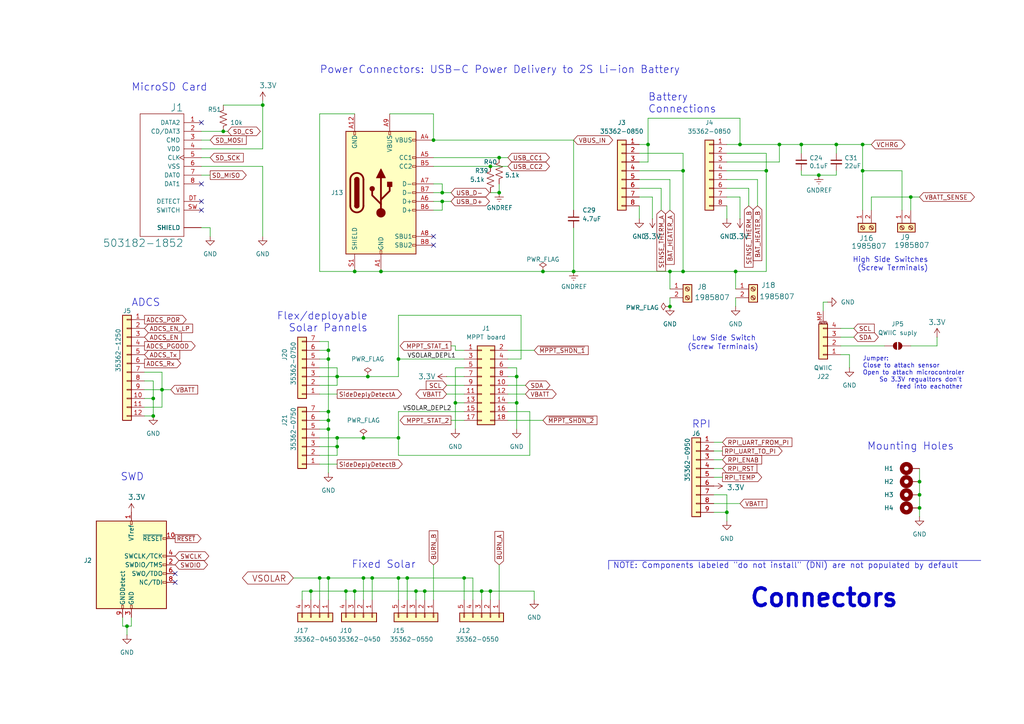
<source format=kicad_sch>
(kicad_sch (version 20231120) (generator "eeschema") (generator_version "8.0")
  (paper "A4")
  (title_block (title "PyCubed Mainboard") (date "2024-11-24") (rev "v06c") (company "Stanford Student Space Initiative") (comment 1 "Ethan Brinser"))
  (lib_symbols
    (symbol "Connector:Conn_ARM_JTAG_SWD_10" (pin_names (offset 1.016))
      (property "Reference" "J" (at -2.54 16.51 0))
      (property "Value" "Conn_ARM_JTAG_SWD_10" (at -2.54 13.97 0))
      (symbol "Conn_ARM_JTAG_SWD_10_1_1"
        (pin power_in line (at 0 15.24 270) (length 2.54) (name "VTref") (number "1"))
        (pin open_collector line (at 12.7 7.62 180) (length 2.54) (name "~{RESET}") (number "10"))
        (pin bidirectional line (at 12.7 0 180) (length 2.54) (name "SWDIO/TMS") (number "2"))
        (pin power_in line (at 0 -15.24 90) (length 2.54) (name "GND") (number "3"))
        (pin output line (at 12.7 2.54 180) (length 2.54) (name "SWCLK/TCK") (number "4"))
        (pin passive line (at 0 -15.24 90) (length 2.54) hide (name "GND") (number "5"))
        (pin input line (at 12.7 -2.54 180) (length 2.54) (name "SWO/TDO") (number "6"))
        (pin no_connect line (at -10.16 0 0) (length 2.54) hide (name "KEY") (number "7"))
        (pin output line (at 12.7 -5.08 180) (length 2.54) (name "NC/TDI") (number "8"))
        (pin passive line (at -2.54 -15.24 90) (length 2.54) (name "GNDDetect") (number "9"))
      )
    )
    (symbol "Connector:Screw_Terminal_01x02" (pin_names (offset 1.016) hide)
      (property "Reference" "J" (at 0 2.54 0))
      (property "Value" "Screw_Terminal_01x02" (at 0 -5.08 0))
      (symbol "Screw_Terminal_01x02_1_1"
        (pin passive line (at -5.08 0 0) (length 3.81) (name "Pin_1") (number "1"))
        (pin passive line (at -5.08 -2.54 0) (length 3.81) (name "Pin_2") (number "2"))
      )
    )
    (symbol "Connector_Generic:Conn_01x04" (pin_names (offset 1.016) hide)
      (property "Reference" "J" (at 0 5.08 0))
      (property "Value" "Conn_01x04" (at 0 -7.62 0))
      (symbol "Conn_01x04_1_1"
        (pin passive line (at -5.08 2.54 0) (length 3.81) (name "Pin_1") (number "1"))
        (pin passive line (at -5.08 0 0) (length 3.81) (name "Pin_2") (number "2"))
        (pin passive line (at -5.08 -2.54 0) (length 3.81) (name "Pin_3") (number "3"))
        (pin passive line (at -5.08 -5.08 0) (length 3.81) (name "Pin_4") (number "4"))
      )
    )
    (symbol "Connector_Generic:Conn_01x05" (pin_names (offset 1.016) hide)
      (property "Reference" "J" (at 0 7.62 0))
      (property "Value" "Conn_01x05" (at 0 -7.62 0))
      (symbol "Conn_01x05_1_1"
        (pin passive line (at -5.08 5.08 0) (length 3.81) (name "Pin_1") (number "1"))
        (pin passive line (at -5.08 2.54 0) (length 3.81) (name "Pin_2") (number "2"))
        (pin passive line (at -5.08 0 0) (length 3.81) (name "Pin_3") (number "3"))
        (pin passive line (at -5.08 -2.54 0) (length 3.81) (name "Pin_4") (number "4"))
        (pin passive line (at -5.08 -5.08 0) (length 3.81) (name "Pin_5") (number "5"))
      )
    )
    (symbol "Connector_Generic:Conn_01x07" (pin_names (offset 1.016) hide)
      (property "Reference" "J" (at 0 10.16 0))
      (property "Value" "Conn_01x07" (at 0 -10.16 0))
      (symbol "Conn_01x07_1_1"
        (pin passive line (at -5.08 7.62 0) (length 3.81) (name "Pin_1") (number "1"))
        (pin passive line (at -5.08 5.08 0) (length 3.81) (name "Pin_2") (number "2"))
        (pin passive line (at -5.08 2.54 0) (length 3.81) (name "Pin_3") (number "3"))
        (pin passive line (at -5.08 0 0) (length 3.81) (name "Pin_4") (number "4"))
        (pin passive line (at -5.08 -2.54 0) (length 3.81) (name "Pin_5") (number "5"))
        (pin passive line (at -5.08 -5.08 0) (length 3.81) (name "Pin_6") (number "6"))
        (pin passive line (at -5.08 -7.62 0) (length 3.81) (name "Pin_7") (number "7"))
      )
    )
    (symbol "Connector_Generic:Conn_01x08" (pin_names (offset 1.016) hide)
      (property "Reference" "J" (at 0 10.16 0))
      (property "Value" "Conn_01x08" (at 0 -12.7 0))
      (symbol "Conn_01x08_1_1"
        (pin passive line (at -5.08 7.62 0) (length 3.81) (name "Pin_1") (number "1"))
        (pin passive line (at -5.08 5.08 0) (length 3.81) (name "Pin_2") (number "2"))
        (pin passive line (at -5.08 2.54 0) (length 3.81) (name "Pin_3") (number "3"))
        (pin passive line (at -5.08 0 0) (length 3.81) (name "Pin_4") (number "4"))
        (pin passive line (at -5.08 -2.54 0) (length 3.81) (name "Pin_5") (number "5"))
        (pin passive line (at -5.08 -5.08 0) (length 3.81) (name "Pin_6") (number "6"))
        (pin passive line (at -5.08 -7.62 0) (length 3.81) (name "Pin_7") (number "7"))
        (pin passive line (at -5.08 -10.16 0) (length 3.81) (name "Pin_8") (number "8"))
      )
    )
    (symbol "Connector_Generic:Conn_01x09" (pin_names (offset 1.016) hide)
      (property "Reference" "J" (at 0 12.7 0))
      (property "Value" "Conn_01x09" (at 0 -12.7 0))
      (symbol "Conn_01x09_1_1"
        (pin passive line (at -5.08 10.16 0) (length 3.81) (name "Pin_1") (number "1"))
        (pin passive line (at -5.08 7.62 0) (length 3.81) (name "Pin_2") (number "2"))
        (pin passive line (at -5.08 5.08 0) (length 3.81) (name "Pin_3") (number "3"))
        (pin passive line (at -5.08 2.54 0) (length 3.81) (name "Pin_4") (number "4"))
        (pin passive line (at -5.08 0 0) (length 3.81) (name "Pin_5") (number "5"))
        (pin passive line (at -5.08 -2.54 0) (length 3.81) (name "Pin_6") (number "6"))
        (pin passive line (at -5.08 -5.08 0) (length 3.81) (name "Pin_7") (number "7"))
        (pin passive line (at -5.08 -7.62 0) (length 3.81) (name "Pin_8") (number "8"))
        (pin passive line (at -5.08 -10.16 0) (length 3.81) (name "Pin_9") (number "9"))
      )
    )
    (symbol "Connector_Generic:Conn_01x12" (pin_names (offset 1.016) hide)
      (property "Reference" "J" (at 0 15.24 0))
      (property "Value" "Conn_01x12" (at 0 -17.78 0))
      (symbol "Conn_01x12_1_1"
        (pin passive line (at -5.08 12.7 0) (length 3.81) (name "Pin_1") (number "1"))
        (pin passive line (at -5.08 -10.16 0) (length 3.81) (name "Pin_10") (number "10"))
        (pin passive line (at -5.08 -12.7 0) (length 3.81) (name "Pin_11") (number "11"))
        (pin passive line (at -5.08 -15.24 0) (length 3.81) (name "Pin_12") (number "12"))
        (pin passive line (at -5.08 10.16 0) (length 3.81) (name "Pin_2") (number "2"))
        (pin passive line (at -5.08 7.62 0) (length 3.81) (name "Pin_3") (number "3"))
        (pin passive line (at -5.08 5.08 0) (length 3.81) (name "Pin_4") (number "4"))
        (pin passive line (at -5.08 2.54 0) (length 3.81) (name "Pin_5") (number "5"))
        (pin passive line (at -5.08 0 0) (length 3.81) (name "Pin_6") (number "6"))
        (pin passive line (at -5.08 -2.54 0) (length 3.81) (name "Pin_7") (number "7"))
        (pin passive line (at -5.08 -5.08 0) (length 3.81) (name "Pin_8") (number "8"))
        (pin passive line (at -5.08 -7.62 0) (length 3.81) (name "Pin_9") (number "9"))
      )
    )
    (symbol "Connector_Generic:Conn_02x09_Odd_Even" (pin_names (offset 1.016) hide)
      (property "Reference" "J" (at 1.27 12.7 0))
      (property "Value" "Conn_02x09_Odd_Even" (at 1.27 -12.7 0))
      (symbol "Conn_02x09_Odd_Even_1_1"
        (pin passive line (at -5.08 10.16 0) (length 3.81) (name "Pin_1") (number "1"))
        (pin passive line (at 7.62 0 180) (length 3.81) (name "Pin_10") (number "10"))
        (pin passive line (at -5.08 -2.54 0) (length 3.81) (name "Pin_11") (number "11"))
        (pin passive line (at 7.62 -2.54 180) (length 3.81) (name "Pin_12") (number "12"))
        (pin passive line (at -5.08 -5.08 0) (length 3.81) (name "Pin_13") (number "13"))
        (pin passive line (at 7.62 -5.08 180) (length 3.81) (name "Pin_14") (number "14"))
        (pin passive line (at -5.08 -7.62 0) (length 3.81) (name "Pin_15") (number "15"))
        (pin passive line (at 7.62 -7.62 180) (length 3.81) (name "Pin_16") (number "16"))
        (pin passive line (at -5.08 -10.16 0) (length 3.81) (name "Pin_17") (number "17"))
        (pin passive line (at 7.62 -10.16 180) (length 3.81) (name "Pin_18") (number "18"))
        (pin passive line (at 7.62 10.16 180) (length 3.81) (name "Pin_2") (number "2"))
        (pin passive line (at -5.08 7.62 0) (length 3.81) (name "Pin_3") (number "3"))
        (pin passive line (at 7.62 7.62 180) (length 3.81) (name "Pin_4") (number "4"))
        (pin passive line (at -5.08 5.08 0) (length 3.81) (name "Pin_5") (number "5"))
        (pin passive line (at 7.62 5.08 180) (length 3.81) (name "Pin_6") (number "6"))
        (pin passive line (at -5.08 2.54 0) (length 3.81) (name "Pin_7") (number "7"))
        (pin passive line (at 7.62 2.54 180) (length 3.81) (name "Pin_8") (number "8"))
        (pin passive line (at -5.08 0 0) (length 3.81) (name "Pin_9") (number "9"))
      )
    )
    (symbol "Connector_Generic_MountingPin:Conn_01x04_MountingPin" (pin_names (offset 1.016) hide)
      (property "Reference" "J" (at 0 5.08 0))
      (property "Value" "Conn_01x04_MountingPin" (at 1.27 -7.62 0))
      (symbol "Conn_01x04_MountingPin_1_1"
        (text "Mounting" (at 0 -6.731 0) (effects (font (size 0.381 0.381))))
        (pin passive line (at -5.08 2.54 0) (length 3.81) (name "Pin_1") (number "1"))
        (pin passive line (at -5.08 0 0) (length 3.81) (name "Pin_2") (number "2"))
        (pin passive line (at -5.08 -2.54 0) (length 3.81) (name "Pin_3") (number "3"))
        (pin passive line (at -5.08 -5.08 0) (length 3.81) (name "Pin_4") (number "4"))
        (pin passive line (at 0 -10.16 90) (length 3.048) (name "MountPin") (number "MP"))
      )
    )
    (symbol "Device:C_Small" (pin_numbers hide) (pin_names (offset 0.254) hide)
      (property "Reference" "C" (at 0.254 1.778 0))
      (property "Value" "C_Small" (at 0.254 -2.032 0))
      (symbol "C_Small_1_1"
        (pin passive line (at 0 2.54 270) (length 2.032) (name "~") (number "1"))
        (pin passive line (at 0 -2.54 90) (length 2.032) (name "~") (number "2"))
      )
    )
    (symbol "Device:R_US" (pin_numbers hide) (pin_names (offset 0))
      (property "Reference" "R" (at 2.54 0 90))
      (property "Value" "R_US" (at -2.54 0 90))
      (symbol "R_US_1_1"
        (pin passive line (at 0 3.81 270) (length 1.27) (name "~") (number "1"))
        (pin passive line (at 0 -3.81 90) (length 1.27) (name "~") (number "2"))
      )
    )
    (symbol "Jumper:SolderJumper_2_Open" (pin_numbers hide) (pin_names (offset 0) hide) (exclude_from_sim yes) (in_bom no)
      (property "Reference" "JP" (at 0 2.032 0))
      (property "Value" "SolderJumper_2_Open" (at 0 -2.54 0))
      (symbol "SolderJumper_2_Open_1_1"
        (pin passive line (at -3.81 0 0) (length 2.54) (name "A") (number "1"))
        (pin passive line (at 3.81 0 180) (length 2.54) (name "B") (number "2"))
      )
    )
    (symbol "Mechanical:MountingHole_Pad" (pin_numbers hide) (pin_names (offset 1.016) hide) (exclude_from_sim yes) (in_bom no)
      (property "Reference" "H" (at 0 6.35 0))
      (property "Value" "MountingHole_Pad" (at 0 4.445 0))
      (symbol "MountingHole_Pad_1_1"
        (pin input line (at 0 -2.54 90) (length 2.54) (name "1") (number "1"))
      )
    )
    (symbol "power:+3.3V" (power) (pin_numbers hide) (pin_names (offset 0) hide)
      (property "Value" "+3.3V" (at 0 3.556 0))
      (symbol "+3.3V_1_1"
        (pin power_in line (at 0 0 90) (length 0) (name "~") (number "1"))
      )
    )
    (symbol "power:GND" (power) (pin_numbers hide) (pin_names (offset 0) hide)
      (property "Value" "GND" (at 0 -3.81 0))
      (symbol "GND_1_1"
        (pin power_in line (at 0 0 270) (length 0) (name "~") (number "1"))
      )
    )
    (symbol "power:GNDREF" (power) (pin_numbers hide) (pin_names (offset 0) hide)
      (property "Value" "GNDREF" (at 0 -3.81 0))
      (symbol "GNDREF_1_1"
        (pin power_in line (at 0 0 270) (length 0) (name "~") (number "1"))
      )
    )
    (symbol "power:PWR_FLAG" (power) (pin_numbers hide) (pin_names (offset 0) hide)
      (property "Value" "PWR_FLAG" (at 0 3.81 0))
      (symbol "PWR_FLAG_0_0"
        (pin power_out line (at 0 0 90) (length 0) (name "~") (number "1"))
      )
    )
    (symbol "ssi_connector:503182-1852" (pin_names (offset 1.016))
      (property "Reference" "J" (at 0 18.3642 0))
      (property "Value" "503182-1852" (at 0 -20.9042 0))
      (symbol "503182-1852_1_0"
        (pin bidirectional line (at -5.08 15.24 0) (length 5.08) (name "DATA2") (number "1"))
        (pin bidirectional line (at -5.08 12.7 0) (length 5.08) (name "CD/DAT3") (number "2"))
        (pin bidirectional line (at -5.08 10.16 0) (length 5.08) (name "CMD") (number "3"))
        (pin power_in line (at -5.08 7.62 0) (length 5.08) (name "VDD") (number "4"))
        (pin bidirectional clock (at -5.08 5.08 0) (length 5.08) (name "CLK") (number "5"))
        (pin power_in line (at -5.08 2.54 0) (length 5.08) (name "VSS") (number "6"))
        (pin bidirectional line (at -5.08 0 0) (length 5.08) (name "DAT0") (number "7"))
        (pin bidirectional line (at -5.08 -2.54 0) (length 5.08) (name "DAT1") (number "8"))
        (pin bidirectional line (at -5.08 -7.62 0) (length 5.08) (name "DETECT") (number "DT"))
        (pin passive line (at -5.08 -15.24 0) (length 5.08) (name "SHIELD") (number "P1"))
        (pin passive line (at -5.08 -15.24 0) (length 5.08) (name "SHIELD") (number "P2"))
        (pin passive line (at -5.08 -15.24 0) (length 5.08) (name "SHIELD") (number "P3"))
        (pin passive line (at -5.08 -15.24 0) (length 5.08) (name "SHIELD") (number "P4"))
        (pin passive line (at -5.08 -15.24 0) (length 5.08) (name "SHIELD") (number "P5"))
        (pin bidirectional line (at -5.08 -10.16 0) (length 5.08) (name "SWITCH") (number "SW"))
      )
    )
    (symbol "ssi_connector:USB_C_pycubed" (pin_names (offset 1.016))
      (property "Reference" "J" (at -12.7 0 90))
      (symbol "USB_C_pycubed_1_1"
        (pin passive line (at 0 -22.86 90) (length 5.08) (name "GND") (number "A1"))
        (pin passive line (at -7.62 22.86 270) (length 5.08) (name "GND") (number "A12"))
        (pin passive line (at 15.24 15.24 180) (length 5.08) (name "VBUS") (number "A4"))
        (pin bidirectional line (at 15.24 10.16 180) (length 5.08) (name "CC1") (number "A5"))
        (pin bidirectional line (at 15.24 -2.54 180) (length 5.08) (name "D+") (number "A6"))
        (pin bidirectional line (at 15.24 2.54 180) (length 5.08) (name "D-") (number "A7"))
        (pin bidirectional line (at 15.24 -12.7 180) (length 5.08) (name "SBU1") (number "A8"))
        (pin passive line (at 2.54 22.86 270) (length 5.08) (name "VBUS") (number "A9"))
        (pin bidirectional line (at 15.24 7.62 180) (length 5.08) (name "CC2") (number "B5"))
        (pin bidirectional line (at 15.24 -5.08 180) (length 5.08) (name "D+") (number "B6"))
        (pin bidirectional line (at 15.24 0 180) (length 5.08) (name "D-") (number "B7"))
        (pin bidirectional line (at 15.24 -15.24 180) (length 5.08) (name "SBU2") (number "B8"))
        (pin passive line (at -7.62 -22.86 90) (length 5.08) (name "SHIELD") (number "S1"))
      )
    )
  )
  (junction (at 46.99 113.03))
  (junction (at 213.36 78.74))
  (junction (at 144.78 45.72))
  (junction (at 139.7 171.45))
  (junction (at 97.79 109.22))
  (junction (at 198.12 78.74))
  (junction (at 90.17 171.45))
  (junction (at 134.62 167.64))
  (junction (at 106.68 109.22))
  (junction (at 214.63 41.91))
  (junction (at 95.25 124.46))
  (junction (at 264.16 57.15))
  (junction (at 102.87 78.74))
  (junction (at 242.57 41.91))
  (junction (at 95.25 121.92))
  (junction (at 144.78 55.88))
  (junction (at 166.37 78.74))
  (junction (at 142.24 171.45))
  (junction (at 157.48 78.74))
  (junction (at 110.49 78.74))
  (junction (at 149.86 116.84))
  (junction (at 44.45 115.57))
  (junction (at 123.19 171.45))
  (junction (at 266.7 143.51))
  (junction (at 97.79 127))
  (junction (at 97.79 129.54))
  (junction (at 105.41 127))
  (junction (at 226.06 41.91))
  (junction (at 198.12 49.53))
  (junction (at 128.27 55.88))
  (junction (at 187.96 41.91))
  (junction (at 266.7 147.32))
  (junction (at 118.11 167.64))
  (junction (at 76.2 30.48))
  (junction (at 237.49 50.8))
  (junction (at 132.08 116.84))
  (junction (at 232.41 41.91))
  (junction (at 120.65 171.45))
  (junction (at 115.57 127))
  (junction (at 95.25 101.6))
  (junction (at 125.73 40.64))
  (junction (at 115.57 104.14))
  (junction (at 222.25 49.53))
  (junction (at 44.45 120.65))
  (junction (at 250.19 49.53))
  (junction (at 210.82 148.59))
  (junction (at 115.57 167.64))
  (junction (at 64.77 38.1))
  (junction (at 107.95 167.64))
  (junction (at 95.25 119.38))
  (junction (at 194.31 88.9))
  (junction (at 128.27 58.42))
  (junction (at 149.86 109.22))
  (junction (at 36.83 181.61))
  (junction (at 95.25 104.14))
  (junction (at 100.33 171.45))
  (junction (at 102.87 171.45))
  (junction (at 266.7 139.7))
  (junction (at 92.71 167.64))
  (junction (at 194.31 78.74))
  (junction (at 95.25 167.64))
  (junction (at 250.19 41.91))
  (junction (at 142.24 48.26))
  (junction (at 105.41 167.64))
  (no_connect (at 50.8 168.91))
  (no_connect (at 125.73 71.12))
  (no_connect (at 58.42 53.34))
  (no_connect (at 50.8 166.37))
  (no_connect (at 58.42 35.56))
  (no_connect (at 58.42 58.42))
  (no_connect (at 58.42 60.96))
  (no_connect (at 125.73 68.58))
  (wire (pts (xy 92.71 134.62) (xy 97.79 134.62)))
  (wire (pts (xy 166.37 66.04) (xy 166.37 78.74)))
  (wire (pts (xy 185.42 44.45) (xy 198.12 44.45)))
  (polyline (pts (xy 176.53 165.1) (xy 176.53 162.56)))
  (wire (pts (xy 92.71 106.68) (xy 97.79 106.68)))
  (wire (pts (xy 41.91 107.95) (xy 46.99 107.95)))
  (wire (pts (xy 210.82 143.51) (xy 207.01 143.51)))
  (wire (pts (xy 207.01 130.81) (xy 209.55 130.81)))
  (wire (pts (xy 115.57 104.14) (xy 134.62 104.14)))
  (wire (pts (xy 210.82 41.91) (xy 214.63 41.91)))
  (wire (pts (xy 76.2 30.48) (xy 76.2 29.21)))
  (wire (pts (xy 147.32 106.68) (xy 149.86 106.68)))
  (wire (pts (xy 147.32 119.38) (xy 153.67 119.38)))
  (wire (pts (xy 36.83 181.61) (xy 38.1 181.61)))
  (wire (pts (xy 105.41 167.64) (xy 107.95 167.64)))
  (wire (pts (xy 76.2 48.26) (xy 76.2 68.58)))
  (wire (pts (xy 187.96 41.91) (xy 187.96 34.29)))
  (wire (pts (xy 90.17 171.45) (xy 100.33 171.45)))
  (wire (pts (xy 144.78 45.72) (xy 147.32 45.72)))
  (wire (pts (xy 64.77 30.48) (xy 76.2 30.48)))
  (wire (pts (xy 149.86 116.84) (xy 147.32 116.84)))
  (wire (pts (xy 102.87 171.45) (xy 102.87 173.99)))
  (wire (pts (xy 125.73 48.26) (xy 142.24 48.26)))
  (wire (pts (xy 92.71 78.74) (xy 92.71 33.02)))
  (wire (pts (xy 242.57 44.45) (xy 242.57 41.91)))
  (wire (pts (xy 115.57 167.64) (xy 115.57 173.99)))
  (wire (pts (xy 90.17 171.45) (xy 90.17 173.99)))
  (wire (pts (xy 243.84 95.25) (xy 247.65 95.25)))
  (wire (pts (xy 194.31 86.36) (xy 194.31 88.9)))
  (wire (pts (xy 185.42 46.99) (xy 187.96 46.99)))
  (wire (pts (xy 207.01 138.43) (xy 209.55 138.43)))
  (wire (pts (xy 194.31 52.07) (xy 194.31 60.96)))
  (wire (pts (xy 222.25 44.45) (xy 222.25 49.53)))
  (wire (pts (xy 240.03 87.63) (xy 238.76 87.63)))
  (wire (pts (xy 142.24 48.26) (xy 147.32 48.26)))
  (wire (pts (xy 95.25 101.6) (xy 95.25 104.14)))
  (wire (pts (xy 105.41 127) (xy 115.57 127)))
  (wire (pts (xy 194.31 52.07) (xy 185.42 52.07)))
  (wire (pts (xy 232.41 50.8) (xy 232.41 49.53)))
  (wire (pts (xy 97.79 111.76) (xy 97.79 109.22)))
  (wire (pts (xy 266.7 143.51) (xy 266.7 147.32)))
  (wire (pts (xy 129.54 109.22) (xy 134.62 109.22)))
  (wire (pts (xy 64.77 38.1) (xy 66.04 38.1)))
  (wire (pts (xy 125.73 33.02) (xy 125.73 40.64)))
  (wire (pts (xy 92.71 121.92) (xy 95.25 121.92)))
  (wire (pts (xy 58.42 45.72) (xy 60.96 45.72)))
  (wire (pts (xy 115.57 104.14) (xy 115.57 109.22)))
  (wire (pts (xy 266.7 139.7) (xy 266.7 143.51)))
  (wire (pts (xy 250.19 49.53) (xy 261.62 49.53)))
  (wire (pts (xy 92.71 101.6) (xy 95.25 101.6)))
  (wire (pts (xy 115.57 127) (xy 115.57 132.08)))
  (wire (pts (xy 185.42 59.69) (xy 185.42 63.5)))
  (wire (pts (xy 132.08 116.84) (xy 134.62 116.84)))
  (wire (pts (xy 118.11 167.64) (xy 134.62 167.64)))
  (wire (pts (xy 92.71 109.22) (xy 97.79 109.22)))
  (wire (pts (xy 128.27 60.96) (xy 128.27 58.42)))
  (wire (pts (xy 157.48 78.74) (xy 110.49 78.74)))
  (wire (pts (xy 213.36 83.82) (xy 213.36 78.74)))
  (wire (pts (xy 76.2 43.18) (xy 76.2 30.48)))
  (wire (pts (xy 95.25 104.14) (xy 95.25 119.38)))
  (wire (pts (xy 149.86 124.46) (xy 149.86 116.84)))
  (wire (pts (xy 58.42 40.64) (xy 60.96 40.64)))
  (wire (pts (xy 125.73 60.96) (xy 128.27 60.96)))
  (wire (pts (xy 271.78 100.33) (xy 264.16 100.33)))
  (wire (pts (xy 142.24 171.45) (xy 154.94 171.45)))
  (wire (pts (xy 250.19 41.91) (xy 250.19 49.53)))
  (wire (pts (xy 44.45 110.49) (xy 41.91 110.49)))
  (wire (pts (xy 97.79 106.68) (xy 97.79 109.22)))
  (wire (pts (xy 128.27 58.42) (xy 125.73 58.42)))
  (wire (pts (xy 166.37 40.64) (xy 166.37 60.96)))
  (wire (pts (xy 46.99 113.03) (xy 41.91 113.03)))
  (wire (pts (xy 246.38 102.87) (xy 243.84 102.87)))
  (wire (pts (xy 147.32 104.14) (xy 151.13 104.14)))
  (wire (pts (xy 144.78 163.83) (xy 144.78 173.99)))
  (wire (pts (xy 97.79 132.08) (xy 97.79 129.54)))
  (wire (pts (xy 118.11 167.64) (xy 118.11 173.99)))
  (wire (pts (xy 87.63 173.99) (xy 87.63 171.45)))
  (wire (pts (xy 153.67 132.08) (xy 153.67 119.38)))
  (wire (pts (xy 58.42 66.04) (xy 60.96 66.04)))
  (wire (pts (xy 95.25 137.16) (xy 95.25 124.46)))
  (wire (pts (xy 226.06 41.91) (xy 232.41 41.91)))
  (wire (pts (xy 194.31 78.74) (xy 198.12 78.74)))
  (wire (pts (xy 41.91 118.11) (xy 46.99 118.11)))
  (wire (pts (xy 213.36 78.74) (xy 222.25 78.74)))
  (wire (pts (xy 166.37 78.74) (xy 194.31 78.74)))
  (wire (pts (xy 266.7 135.89) (xy 266.7 139.7)))
  (wire (pts (xy 264.16 57.15) (xy 252.73 57.15)))
  (wire (pts (xy 87.63 171.45) (xy 90.17 171.45)))
  (wire (pts (xy 266.7 147.32) (xy 266.7 149.86)))
  (wire (pts (xy 95.25 167.64) (xy 95.25 173.99)))
  (wire (pts (xy 129.54 111.76) (xy 134.62 111.76)))
  (wire (pts (xy 115.57 132.08) (xy 153.67 132.08)))
  (wire (pts (xy 128.27 53.34) (xy 128.27 55.88)))
  (wire (pts (xy 132.08 106.68) (xy 132.08 116.84)))
  (wire (pts (xy 132.08 100.33) (xy 132.08 101.6)))
  (wire (pts (xy 222.25 49.53) (xy 222.25 78.74)))
  (wire (pts (xy 210.82 46.99) (xy 226.06 46.99)))
  (wire (pts (xy 100.33 171.45) (xy 102.87 171.45)))
  (wire (pts (xy 134.62 167.64) (xy 137.16 167.64)))
  (wire (pts (xy 237.49 50.8) (xy 242.57 50.8)))
  (wire (pts (xy 49.53 113.03) (xy 46.99 113.03)))
  (wire (pts (xy 210.82 59.69) (xy 210.82 63.5)))
  (wire (pts (xy 102.87 78.74) (xy 92.71 78.74)))
  (wire (pts (xy 191.77 54.61) (xy 191.77 60.96)))
  (wire (pts (xy 102.87 78.74) (xy 110.49 78.74)))
  (wire (pts (xy 115.57 91.44) (xy 151.13 91.44)))
  (wire (pts (xy 210.82 57.15) (xy 214.63 57.15)))
  (wire (pts (xy 189.23 63.5) (xy 189.23 57.15)))
  (wire (pts (xy 92.71 129.54) (xy 97.79 129.54)))
  (wire (pts (xy 198.12 78.74) (xy 213.36 78.74)))
  (wire (pts (xy 142.24 171.45) (xy 142.24 173.99)))
  (wire (pts (xy 198.12 44.45) (xy 198.12 49.53)))
  (wire (pts (xy 95.25 124.46) (xy 95.25 121.92)))
  (wire (pts (xy 166.37 40.64) (xy 125.73 40.64)))
  (wire (pts (xy 214.63 63.5) (xy 214.63 57.15)))
  (wire (pts (xy 185.42 41.91) (xy 187.96 41.91)))
  (wire (pts (xy 252.73 41.91) (xy 250.19 41.91)))
  (wire (pts (xy 210.82 54.61) (xy 217.17 54.61)))
  (wire (pts (xy 107.95 167.64) (xy 107.95 173.99)))
  (wire (pts (xy 85.09 167.64) (xy 92.71 167.64)))
  (wire (pts (xy 217.17 54.61) (xy 217.17 59.69)))
  (wire (pts (xy 243.84 97.79) (xy 247.65 97.79)))
  (wire (pts (xy 92.71 127) (xy 97.79 127)))
  (wire (pts (xy 261.62 49.53) (xy 261.62 60.96)))
  (wire (pts (xy 207.01 133.35) (xy 209.55 133.35)))
  (wire (pts (xy 250.19 49.53) (xy 250.19 60.96)))
  (wire (pts (xy 128.27 55.88) (xy 130.81 55.88)))
  (wire (pts (xy 271.78 97.79) (xy 271.78 100.33)))
  (wire (pts (xy 95.25 167.64) (xy 105.41 167.64)))
  (wire (pts (xy 219.71 52.07) (xy 219.71 59.69)))
  (wire (pts (xy 264.16 57.15) (xy 264.16 60.96)))
  (wire (pts (xy 130.81 100.33) (xy 132.08 100.33)))
  (wire (pts (xy 60.96 66.04) (xy 60.96 68.58)))
  (wire (pts (xy 187.96 34.29) (xy 214.63 34.29)))
  (wire (pts (xy 147.32 121.92) (xy 157.48 121.92)))
  (wire (pts (xy 198.12 49.53) (xy 198.12 78.74)))
  (wire (pts (xy 132.08 101.6) (xy 134.62 101.6)))
  (wire (pts (xy 106.68 109.22) (xy 97.79 109.22)))
  (wire (pts (xy 44.45 120.65) (xy 44.45 115.57)))
  (wire (pts (xy 207.01 148.59) (xy 210.82 148.59)))
  (wire (pts (xy 191.77 54.61) (xy 185.42 54.61)))
  (wire (pts (xy 92.71 104.14) (xy 95.25 104.14)))
  (wire (pts (xy 210.82 44.45) (xy 222.25 44.45)))
  (wire (pts (xy 46.99 118.11) (xy 46.99 113.03)))
  (wire (pts (xy 97.79 127) (xy 105.41 127)))
  (wire (pts (xy 38.1 179.07) (xy 38.1 181.61)))
  (wire (pts (xy 134.62 106.68) (xy 132.08 106.68)))
  (wire (pts (xy 115.57 109.22) (xy 106.68 109.22)))
  (wire (pts (xy 92.71 124.46) (xy 95.25 124.46)))
  (wire (pts (xy 125.73 53.34) (xy 128.27 53.34)))
  (wire (pts (xy 113.03 33.02) (xy 125.73 33.02)))
  (wire (pts (xy 147.32 101.6) (xy 154.94 101.6)))
  (wire (pts (xy 115.57 119.38) (xy 115.57 127)))
  (wire (pts (xy 41.91 115.57) (xy 44.45 115.57)))
  (wire (pts (xy 92.71 111.76) (xy 97.79 111.76)))
  (wire (pts (xy 115.57 167.64) (xy 118.11 167.64)))
  (wire (pts (xy 125.73 163.83) (xy 125.73 173.99)))
  (wire (pts (xy 44.45 115.57) (xy 44.45 110.49)))
  (wire (pts (xy 242.57 50.8) (xy 242.57 49.53)))
  (wire (pts (xy 92.71 114.3) (xy 97.79 114.3)))
  (wire (pts (xy 210.82 148.59) (xy 210.82 151.13)))
  (wire (pts (xy 214.63 34.29) (xy 214.63 41.91)))
  (wire (pts (xy 151.13 91.44) (xy 151.13 104.14)))
  (wire (pts (xy 210.82 52.07) (xy 219.71 52.07)))
  (wire (pts (xy 154.94 171.45) (xy 154.94 173.99)))
  (wire (pts (xy 95.25 119.38) (xy 92.71 119.38)))
  (wire (pts (xy 132.08 124.46) (xy 132.08 116.84)))
  (wire (pts (xy 36.83 181.61) (xy 36.83 184.15)))
  (wire (pts (xy 144.78 55.88) (xy 144.78 53.34)))
  (wire (pts (xy 232.41 50.8) (xy 237.49 50.8)))
  (wire (pts (xy 100.33 171.45) (xy 100.33 173.99)))
  (wire (pts (xy 207.01 128.27) (xy 209.55 128.27)))
  (wire (pts (xy 214.63 41.91) (xy 226.06 41.91)))
  (wire (pts (xy 123.19 171.45) (xy 139.7 171.45)))
  (wire (pts (xy 125.73 45.72) (xy 144.78 45.72)))
  (wire (pts (xy 139.7 171.45) (xy 142.24 171.45)))
  (wire (pts (xy 92.71 132.08) (xy 97.79 132.08)))
  (wire (pts (xy 149.86 109.22) (xy 149.86 116.84)))
  (wire (pts (xy 194.31 83.82) (xy 194.31 78.74)))
  (wire (pts (xy 115.57 119.38) (xy 134.62 119.38)))
  (wire (pts (xy 35.56 179.07) (xy 35.56 181.61)))
  (wire (pts (xy 210.82 49.53) (xy 222.25 49.53)))
  (wire (pts (xy 187.96 46.99) (xy 187.96 41.91)))
  (wire (pts (xy 142.24 55.88) (xy 144.78 55.88)))
  (wire (pts (xy 105.41 167.64) (xy 105.41 173.99)))
  (wire (pts (xy 207.01 135.89) (xy 209.55 135.89)))
  (wire (pts (xy 166.37 78.74) (xy 157.48 78.74)))
  (wire (pts (xy 149.86 106.68) (xy 149.86 109.22)))
  (wire (pts (xy 123.19 171.45) (xy 123.19 173.99)))
  (wire (pts (xy 246.38 106.68) (xy 246.38 102.87)))
  (wire (pts (xy 226.06 41.91) (xy 226.06 46.99)))
  (wire (pts (xy 266.7 57.15) (xy 264.16 57.15)))
  (wire (pts (xy 58.42 43.18) (xy 76.2 43.18)))
  (wire (pts (xy 139.7 171.45) (xy 139.7 173.99)))
  (wire (pts (xy 147.32 114.3) (xy 152.4 114.3)))
  (wire (pts (xy 58.42 38.1) (xy 64.77 38.1)))
  (wire (pts (xy 97.79 129.54) (xy 97.79 127)))
  (wire (pts (xy 128.27 58.42) (xy 130.81 58.42)))
  (wire (pts (xy 102.87 171.45) (xy 120.65 171.45)))
  (wire (pts (xy 238.76 87.63) (xy 238.76 90.17)))
  (wire (pts (xy 147.32 111.76) (xy 152.4 111.76)))
  (wire (pts (xy 92.71 167.64) (xy 95.25 167.64)))
  (wire (pts (xy 243.84 100.33) (xy 256.54 100.33)))
  (wire (pts (xy 92.71 99.06) (xy 95.25 99.06)))
  (wire (pts (xy 252.73 57.15) (xy 252.73 60.96)))
  (wire (pts (xy 92.71 33.02) (xy 102.87 33.02)))
  (wire (pts (xy 137.16 167.64) (xy 137.16 173.99)))
  (wire (pts (xy 185.42 49.53) (xy 198.12 49.53)))
  (wire (pts (xy 147.32 109.22) (xy 149.86 109.22)))
  (wire (pts (xy 41.91 120.65) (xy 44.45 120.65)))
  (wire (pts (xy 134.62 167.64) (xy 134.62 173.99)))
  (wire (pts (xy 185.42 57.15) (xy 189.23 57.15)))
  (wire (pts (xy 115.57 91.44) (xy 115.57 104.14)))
  (wire (pts (xy 210.82 143.51) (xy 210.82 148.59)))
  (wire (pts (xy 92.71 167.64) (xy 92.71 173.99)))
  (wire (pts (xy 120.65 171.45) (xy 120.65 173.99)))
  (wire (pts (xy 120.65 171.45) (xy 123.19 171.45)))
  (wire (pts (xy 128.27 55.88) (xy 125.73 55.88)))
  (wire (pts (xy 207.01 146.05) (xy 214.63 146.05)))
  (wire (pts (xy 232.41 44.45) (xy 232.41 41.91)))
  (wire (pts (xy 213.36 86.36) (xy 213.36 88.9)))
  (wire (pts (xy 46.99 113.03) (xy 46.99 107.95)))
  (wire (pts (xy 58.42 50.8) (xy 60.96 50.8)))
  (wire (pts (xy 242.57 41.91) (xy 250.19 41.91)))
  (wire (pts (xy 95.25 99.06) (xy 95.25 101.6)))
  (polyline (pts (xy 176.53 162.56) (xy 284.48 162.56)))
  (wire (pts (xy 129.54 114.3) (xy 134.62 114.3)))
  (wire (pts (xy 130.81 121.92) (xy 134.62 121.92)))
  (wire (pts (xy 58.42 48.26) (xy 76.2 48.26)))
  (wire (pts (xy 107.95 167.64) (xy 115.57 167.64)))
  (wire (pts (xy 95.25 119.38) (xy 95.25 121.92)))
  (wire (pts (xy 232.41 41.91) (xy 242.57 41.91)))
  (wire (pts (xy 35.56 181.61) (xy 36.83 181.61)))
  (text "Flex/deployable\nSolar Pannels\n" (at 106.68 96.52 0) (effects (font (size 2.159 2.159)) (justify right bottom)))
  (text "Jumper:\nClose to attach sensor\nOpen to attach microcontroler\n	So 3.3V regualtors don't\n		feed into eachother" (at 250.19 113.03 0) (effects (font (size 1.27 1.27)) (justify left bottom)))
  (text "RPI" (at 200.66 124.46 0) (effects (font (size 2.159 2.159)) (justify left bottom)))
  (text "Power Connectors: USB-C Power Delivery to 2S Li-ion Battery" (at 92.71 21.59 0) (effects (font (size 2.159 2.159)) (justify left bottom)))
  (text "NOTE: Components labeled \"do not install\" (DNI) are not populated by default" (at 177.8 165.1 0) (effects (font (size 1.651 1.651)) (justify left bottom)))
  (text "ADCS" (at 38.1 89.154 0) (effects (font (size 2.159 2.159)) (justify left bottom)))
  (text "High Side Switches\n(Screw Terminals)" (at 269.24 78.74 0) (effects (font (size 1.4986 1.4986)) (justify right bottom)))
  (text "Connectors" (at 217.17 176.53 0) (effects (font (size 5.08 5.08) (thickness 1.016) (bold yes)) (justify left bottom)))
  (text "Battery\nConnections" (at 187.96 33.02 0) (effects (font (size 2.159 2.159)) (justify left bottom)))
  (text "Low Side Switch" (at 200.66 99.06 0) (effects (font (size 1.4986 1.4986)) (justify left bottom)))
  (text "MicroSD Card" (at 38.1 26.67 0) (effects (font (size 2.159 2.159)) (justify left bottom)))
  (text "Fixed Solar\n" (at 120.65 165.1 0) (effects (font (size 2.159 2.159)) (justify right bottom)))
  (text "SWD" (at 34.925 139.7 0) (effects (font (size 2.159 2.159)) (justify left bottom)))
  (text "(Screw Terminals)" (at 199.39 101.6 0) (effects (font (size 1.4986 1.4986)) (justify left bottom)))
  (text "Mounting Holes" (at 251.46 130.81 0) (effects (font (size 2.159 2.159)) (justify left bottom)))
  (label "VSOLAR_DEPL1" (at 118.11 104.14 0))
  (label "VSOLAR_DEPL2" (at 116.84 119.38 0))
  (global_label "SD_CS" (shape bidirectional) (at 66.04 38.1 0) (property "Intersheetrefs" "${INTERSHEET_REFS}" (effects (hide yes))))
  (global_label "SCL" (shape input) (at 247.65 95.25 0) (property "Intersheetrefs" "${INTERSHEET_REFS}" (effects (hide yes))))
  (global_label "SWDIO" (shape bidirectional) (at 50.8 163.83 0) (property "Intersheetrefs" "${INTERSHEET_REFS}" (effects (hide yes))))
  (global_label "SD_MISO" (shape output) (at 60.96 50.8 0) (property "Intersheetrefs" "${INTERSHEET_REFS}" (effects (hide yes))))
  (global_label "ADCS_EN_LP" (shape input) (at 41.91 95.25 0) (property "Intersheetrefs" "${INTERSHEET_REFS}" (effects (hide yes))))
  (global_label "~{RESET}" (shape output) (at 50.8 156.21 0) (effects (font (size 1.1684 1.1684))) (property "Intersheetrefs" "${INTERSHEET_REFS}" (effects (hide yes))))
  (global_label "RPI_UART_TO_PI" (shape output) (at 209.55 130.81 0) (property "Intersheetrefs" "${INTERSHEET_REFS}" (effects (hide yes))))
  (global_label "SideDeplyDetectA" (shape output) (at 97.79 114.3 0) (property "Intersheetrefs" "${INTERSHEET_REFS}" (effects (hide yes))))
  (global_label "SD_SCK" (shape input) (at 60.96 45.72 0) (property "Intersheetrefs" "${INTERSHEET_REFS}" (effects (hide yes))))
  (global_label "SENSE_THERM_A" (shape input) (at 191.77 60.96 270) (property "Intersheetrefs" "${INTERSHEET_REFS}" (effects (hide yes))))
  (global_label "VSOLAR" (shape bidirectional) (at 85.09 167.64 180) (effects (font (size 1.778 1.778))) (property "Intersheetrefs" "${INTERSHEET_REFS}" (effects (hide yes))))
  (global_label "VCHRG" (shape bidirectional) (at 252.73 41.91 0) (property "Intersheetrefs" "${INTERSHEET_REFS}" (effects (hide yes))))
  (global_label "BURN_B" (shape input) (at 125.73 163.83 90) (property "Intersheetrefs" "${INTERSHEET_REFS}" (effects (hide yes))))
  (global_label "USB_D+" (shape bidirectional) (at 130.81 58.42 0) (property "Intersheetrefs" "${INTERSHEET_REFS}" (effects (hide yes))))
  (global_label "~{MPPT_SHDN_1}" (shape input) (at 154.94 101.6 0) (property "Intersheetrefs" "${INTERSHEET_REFS}" (effects (hide yes))))
  (global_label "BAT_HEATER_A" (shape input) (at 194.31 60.96 270) (property "Intersheetrefs" "${INTERSHEET_REFS}" (effects (hide yes))))
  (global_label "VBATT" (shape input) (at 214.63 146.05 0) (property "Intersheetrefs" "${INTERSHEET_REFS}" (effects (hide yes))))
  (global_label "ADCS_PGOOD" (shape output) (at 41.91 100.33 0) (property "Intersheetrefs" "${INTERSHEET_REFS}" (effects (hide yes))))
  (global_label "ADCS_EN" (shape input) (at 41.91 97.79 0) (property "Intersheetrefs" "${INTERSHEET_REFS}" (effects (hide yes))))
  (global_label "RPI_UART_FROM_PI" (shape input) (at 209.55 128.27 0) (property "Intersheetrefs" "${INTERSHEET_REFS}" (effects (hide yes))))
  (global_label "ADCS_Tx" (shape input) (at 41.91 102.87 0) (property "Intersheetrefs" "${INTERSHEET_REFS}" (effects (hide yes))))
  (global_label "ADCS_Rx" (shape output) (at 41.91 105.41 0) (property "Intersheetrefs" "${INTERSHEET_REFS}" (effects (hide yes))))
  (global_label "RPI_ENAB" (shape input) (at 209.55 133.35 0) (property "Intersheetrefs" "${INTERSHEET_REFS}" (effects (hide yes))))
  (global_label "SideDeplyDetectB" (shape output) (at 97.79 134.62 0) (property "Intersheetrefs" "${INTERSHEET_REFS}" (effects (hide yes))))
  (global_label "SDA" (shape bidirectional) (at 152.4 111.76 0) (property "Intersheetrefs" "${INTERSHEET_REFS}" (effects (hide yes))))
  (global_label "ADCS_POR" (shape output) (at 41.91 92.71 0) (property "Intersheetrefs" "${INTERSHEET_REFS}" (effects (hide yes))))
  (global_label "RPI_TEMP" (shape output) (at 209.55 138.43 0) (property "Intersheetrefs" "${INTERSHEET_REFS}" (effects (hide yes))))
  (global_label "SENSE_THERM_B" (shape input) (at 217.17 59.69 270) (property "Intersheetrefs" "${INTERSHEET_REFS}" (effects (hide yes))))
  (global_label "~{MPPT_SHDN_2}" (shape input) (at 157.48 121.92 0) (property "Intersheetrefs" "${INTERSHEET_REFS}" (effects (hide yes))))
  (global_label "VBATT" (shape input) (at 49.53 113.03 0) (property "Intersheetrefs" "${INTERSHEET_REFS}" (effects (hide yes))))
  (global_label "SWCLK" (shape bidirectional) (at 50.8 161.29 0) (property "Intersheetrefs" "${INTERSHEET_REFS}" (effects (hide yes))))
  (global_label "VBATT_SENSE" (shape bidirectional) (at 266.7 57.15 0) (property "Intersheetrefs" "${INTERSHEET_REFS}" (effects (hide yes))))
  (global_label "SCL" (shape input) (at 129.54 111.76 180) (property "Intersheetrefs" "${INTERSHEET_REFS}" (effects (hide yes))))
  (global_label "SD_MOSI" (shape input) (at 60.96 40.64 0) (property "Intersheetrefs" "${INTERSHEET_REFS}" (effects (hide yes))))
  (global_label "USB_CC2" (shape bidirectional) (at 147.32 48.26 0) (property "Intersheetrefs" "${INTERSHEET_REFS}" (effects (hide yes))))
  (global_label "USB_CC1" (shape bidirectional) (at 147.32 45.72 0) (property "Intersheetrefs" "${INTERSHEET_REFS}" (effects (hide yes))))
  (global_label "BURN_A" (shape input) (at 144.78 163.83 90) (property "Intersheetrefs" "${INTERSHEET_REFS}" (effects (hide yes))))
  (global_label "USB_D-" (shape bidirectional) (at 130.81 55.88 0) (property "Intersheetrefs" "${INTERSHEET_REFS}" (effects (hide yes))))
  (global_label "SDA" (shape bidirectional) (at 247.65 97.79 0) (property "Intersheetrefs" "${INTERSHEET_REFS}" (effects (hide yes))))
  (global_label "VBATT" (shape bidirectional) (at 129.54 114.3 180) (property "Intersheetrefs" "${INTERSHEET_REFS}" (effects (hide yes))))
  (global_label "MPPT_STAT_2" (shape output) (at 130.81 121.92 180) (property "Intersheetrefs" "${INTERSHEET_REFS}" (effects (hide yes))))
  (global_label "RPI_RST" (shape input) (at 209.55 135.89 0) (property "Intersheetrefs" "${INTERSHEET_REFS}" (effects (hide yes))))
  (global_label "MPPT_STAT_1" (shape output) (at 130.81 100.33 180) (property "Intersheetrefs" "${INTERSHEET_REFS}" (effects (hide yes))))
  (global_label "VBUS_IN" (shape bidirectional) (at 166.37 40.64 0) (property "Intersheetrefs" "${INTERSHEET_REFS}" (effects (hide yes))))
  (global_label "BAT_HEATER_B" (shape input) (at 219.71 59.69 270) (property "Intersheetrefs" "${INTERSHEET_REFS}" (effects (hide yes))))
  (global_label "VBATT" (shape bidirectional) (at 152.4 114.3 0) (property "Intersheetrefs" "${INTERSHEET_REFS}" (effects (hide yes))))
  (symbol (lib_id "ssi_connector:503182-1852") (at 53.34 50.8 0) (mirror y) (unit 1)
    (property "Reference" "J1" (at 53.34 32.4358 0) (effects (font (size 2.159 2.159)) (justify left bottom)))
    (property "Value" "503182-1852" (at 53.34 71.7296 0) (effects (font (size 2.159 2.159)) (justify left bottom)))
    (property "Footprint" "ssi_connector:Molex_503182-1852" (effects (hide yes)))
    (property "Datasheet" "https://www.molex.com/pdm_docs/sd/5031821852_sd.pdf" (effects (hide yes)))
    (property "Description" "Molex microSD Card Socket" (effects (hide yes)))
    (property "Flight" "5031821852" (effects (hide yes)))
    (property "Manufacturer_Name" "Molex" (effects (hide yes)))
    (property "Manufacturer_Part_Number" "5031821852" (effects (hide yes)))
    (property "Proto" "5031821852" (effects (hide yes)))
  )
  (symbol (lib_id "Device:C_Small") (at 232.41 46.99 0) (unit 1)
    (property "Reference" "C24" (at 234.7468 45.8216 0) (effects (justify left)))
    (property "Value" "0.1uF" (at 234.7468 48.133 0) (effects (justify left)))
    (property "Footprint" "Capacitor_SMD:C_0603_1608Metric" (effects (hide yes)))
    (property "Description" "0.1uF +-10% 50V X7R 0603" (effects (hide yes)))
  )
  (symbol (lib_id "Device:C_Small") (at 242.57 46.99 0) (unit 1)
    (property "Reference" "C31" (at 244.9068 45.8216 0) (effects (justify left)))
    (property "Value" "22uF" (at 244.9068 48.133 0) (effects (justify left)))
    (property "Footprint" "Capacitor_SMD:C_0603_1608Metric" (effects (hide yes)))
    (property "Description" "22uF +-20% 10V X5R" (effects (hide yes)))
  )
  (symbol (lib_id "Device:R_US") (at 64.77 34.29 0) (mirror x) (unit 1)
    (property "Reference" "R51" (at 62.23 31.75 0))
    (property "Value" "10k" (at 68.58 35.56 0))
    (property "Footprint" "Resistor_SMD:R_0603_1608Metric" (effects (hide yes)))
    (property "Description" "10k 0603" (effects (hide yes)))
  )
  (symbol (lib_id "Device:R_US") (at 144.78 49.53 0) (mirror x) (unit 1)
    (property "Reference" "R40" (at 142.24 46.99 0))
    (property "Value" "5.1k" (at 148.59 50.8 0))
    (property "Footprint" "Resistor_SMD:R_0603_1608Metric" (effects (hide yes)))
    (property "Description" "5.1k 0603" (effects (hide yes)))
  )
  (symbol (lib_id "Device:R_US") (at 142.24 52.07 0) (mirror x) (unit 1)
    (property "Reference" "R39" (at 139.7 49.53 0))
    (property "Value" "5.1k" (at 138.43 52.07 0))
    (property "Footprint" "Resistor_SMD:R_0603_1608Metric" (effects (hide yes)))
    (property "Description" "5.1k 0603" (effects (hide yes)))
  )
  (symbol (lib_id "power:GNDREF") (at 144.78 55.88 0) (unit 1)
    (property "Reference" "#PWR0107" (effects (hide yes)))
    (property "Value" "GNDREF" (at 144.907 60.2742 0))
  )
  (symbol (lib_id "Device:C_Small") (at 166.37 63.5 0) (unit 1)
    (property "Reference" "C29" (at 168.91 60.96 0) (effects (justify left)))
    (property "Value" "4.7uF" (at 168.91 63.5 0) (effects (justify left)))
    (property "Footprint" "Capacitor_SMD:C_0603_1608Metric" (effects (hide yes)))
    (property "Description" "4.7uF +-20% 10V X5R" (effects (hide yes)))
  )
  (symbol (lib_id "power:GNDREF") (at 166.37 78.74 0) (unit 1)
    (property "Reference" "#PWR0101" (effects (hide yes)))
    (property "Value" "GNDREF" (at 166.497 83.1342 0))
  )
  (symbol (lib_id "power:GNDREF") (at 237.49 50.8 0) (unit 1)
    (property "Reference" "#PWR0109" (effects (hide yes)))
    (property "Value" "GNDREF" (at 237.617 55.1942 0))
  )
  (symbol (lib_id "ssi_connector:USB_C_pycubed") (at 110.49 55.88 0) (unit 1)
    (property "Reference" "J13" (at 99.5934 55.88 0) (effects (justify right)))
    (property "Value" "USB_C_pycubed" (effects (hide yes)))
    (property "Footprint" "ssi_connector:USB_C_Receptacle_XKB_U262-161N-4BVC11" (effects (hide yes)))
  )
  (symbol (lib_id "Mechanical:MountingHole_Pad") (at 264.16 135.89 90) (unit 1) (exclude_from_sim yes) (in_bom no)
    (property "Reference" "H1" (at 257.81 135.89 90))
    (property "Value" "MountingHole_Pad" (effects (hide yes)))
    (property "Footprint" "MountingHole:MountingHole_3.2mm_M3_DIN965_Pad" (effects (hide yes)))
    (property "DNI" "DNI" (effects (hide yes)))
  )
  (symbol (lib_id "Mechanical:MountingHole_Pad") (at 264.16 139.7 90) (unit 1) (exclude_from_sim yes) (in_bom no)
    (property "Reference" "H2" (at 257.81 139.7 90))
    (property "Value" "MountingHole_Pad" (effects (hide yes)))
    (property "Footprint" "MountingHole:MountingHole_3.2mm_M3_DIN965_Pad" (effects (hide yes)))
    (property "DNI" "DNI" (effects (hide yes)))
  )
  (symbol (lib_id "Mechanical:MountingHole_Pad") (at 264.16 143.51 90) (unit 1) (exclude_from_sim yes) (in_bom no)
    (property "Reference" "H3" (at 257.81 143.51 90))
    (property "Value" "MountingHole_Pad" (effects (hide yes)))
    (property "Footprint" "MountingHole:MountingHole_3.2mm_M3_DIN965_Pad" (effects (hide yes)))
    (property "DNI" "DNI" (effects (hide yes)))
  )
  (symbol (lib_id "Mechanical:MountingHole_Pad") (at 264.16 147.32 90) (unit 1) (exclude_from_sim yes) (in_bom no)
    (property "Reference" "H4" (at 257.81 147.32 90))
    (property "Value" "MountingHole_Pad" (effects (hide yes)))
    (property "Footprint" "MountingHole:MountingHole_3.2mm_M3_DIN965_Pad" (effects (hide yes)))
    (property "DNI" "DNI" (effects (hide yes)))
  )
  (symbol (lib_id "Connector:Screw_Terminal_01x02") (at 261.62 66.04 90) (mirror x) (unit 1)
    (property "Reference" "J9" (at 261.112 68.834 90) (effects (font (size 1.4986 1.4986)) (justify right)))
    (property "Value" "1985807" (at 259.334 71.12 90) (effects (font (size 1.4986 1.4986)) (justify right)))
    (property "Footprint" "ssi_connector:1985807" (effects (hide yes)))
    (property "Datasheet" "https://www.mouser.com/datasheet/2/324/4/1985807-1458929.pdf" (effects (hide yes)))
    (property "Description" "2-pin Screw Terminal - Side Entry" (effects (hide yes)))
    (property "Flight" "1985807" (effects (hide yes)))
    (property "Manufacturer_Name" "Phoenix Contact" (effects (hide yes)))
    (property "Manufacturer_Part_Number" "1985807" (effects (hide yes)))
    (property "Proto" "1985807" (effects (hide yes)))
  )
  (symbol (lib_id "Connector:Screw_Terminal_01x02") (at 199.39 83.82 0) (unit 1)
    (property "Reference" "J8" (at 202.184 84.074 0) (effects (font (size 1.4986 1.4986)) (justify left bottom)))
    (property "Value" "1985807" (at 201.422 87.122 0) (effects (font (size 1.4986 1.4986)) (justify left bottom)))
    (property "Footprint" "ssi_connector:1985807" (effects (hide yes)))
    (property "Datasheet" "https://www.mouser.com/datasheet/2/324/4/1985807-1458929.pdf" (effects (hide yes)))
    (property "Description" "2-pin Screw Terminal - Side Entry" (effects (hide yes)))
    (property "Flight" "1985807" (effects (hide yes)))
    (property "Manufacturer_Name" "Phoenix Contact" (effects (hide yes)))
    (property "Manufacturer_Part_Number" "1985807" (effects (hide yes)))
    (property "Proto" "1985807" (effects (hide yes)))
  )
  (symbol (lib_id "Connector:Screw_Terminal_01x02") (at 250.19 66.04 90) (mirror x) (unit 1)
    (property "Reference" "J16" (at 249.174 69.088 90) (effects (font (size 1.4986 1.4986)) (justify right)))
    (property "Value" "1985807" (at 246.888 71.374 90) (effects (font (size 1.4986 1.4986)) (justify right)))
    (property "Footprint" "ssi_connector:1985807" (effects (hide yes)))
    (property "Datasheet" "https://www.mouser.com/datasheet/2/324/4/1985807-1458929.pdf" (effects (hide yes)))
    (property "Description" "2-pin Screw Terminal - Side Entry" (effects (hide yes)))
    (property "Flight" "1985807" (effects (hide yes)))
    (property "Manufacturer_Name" "Phoenix Contact" (effects (hide yes)))
    (property "Manufacturer_Part_Number" "1985807" (effects (hide yes)))
    (property "Proto" "1985807" (effects (hide yes)))
  )
  (symbol (lib_id "power:+3.3V") (at 76.2 29.21 0) (unit 1)
    (property "Reference" "#SUPPLY07" (effects (hide yes)))
    (property "Value" "3.3V" (at 75.184 25.654 0) (effects (font (size 1.4986 1.4986)) (justify left bottom)))
    (property "Description" "Power symbol creates a global label with name \"+3.3V\"" (effects (hide yes)))
  )
  (symbol (lib_id "Connector:Screw_Terminal_01x02") (at 218.44 83.82 0) (unit 1)
    (property "Reference" "J18" (at 220.726 83.566 0) (effects (font (size 1.4986 1.4986)) (justify left bottom)))
    (property "Value" "1985807" (at 220.218 86.868 0) (effects (font (size 1.4986 1.4986)) (justify left bottom)))
    (property "Footprint" "ssi_connector:1985807" (effects (hide yes)))
    (property "Datasheet" "https://www.mouser.com/datasheet/2/324/4/1985807-1458929.pdf" (effects (hide yes)))
    (property "Description" "2-pin Screw Terminal - Side Entry" (effects (hide yes)))
    (property "Flight" "1985807" (effects (hide yes)))
    (property "Manufacturer_Name" "Phoenix Contact" (effects (hide yes)))
    (property "Manufacturer_Part_Number" "1985807" (effects (hide yes)))
    (property "Proto" "1985807" (effects (hide yes)))
  )
  (symbol (lib_id "Connector_Generic:Conn_01x08") (at 205.74 49.53 0) (mirror y) (unit 1)
    (property "Reference" "J4" (at 205.74 35.56 0))
    (property "Value" "35362-0850" (at 205.74 38.1 0))
    (property "Footprint" "ssi_connector:Molex_35362-0850" (effects (hide yes)))
  )
  (symbol (lib_id "power:GND") (at 210.82 151.13 0) (unit 1)
    (property "Reference" "#PWR025" (effects (hide yes)))
    (property "Value" "GND" (at 210.82 156.21 0))
  )
  (symbol (lib_id "Connector_Generic:Conn_01x07") (at 87.63 106.68 180) (unit 1)
    (property "Reference" "J20" (at 82.55 102.87 90))
    (property "Value" "35362-0750" (at 85.09 105.41 90))
    (property "Footprint" "ssi_connector:Molex_35362-0750" (effects (hide yes)))
  )
  (symbol (lib_id "power:GND") (at 240.03 87.63 90) (unit 1)
    (property "Reference" "#PWR061" (effects (hide yes)))
    (property "Value" "GND" (at 243.84 87.63 90) (effects (justify right)))
  )
  (symbol (lib_id "power:+3.3V") (at 189.23 63.5 180) (unit 1)
    (property "Reference" "#P+02" (effects (hide yes)))
    (property "Value" "3.3V" (at 189.23 68.58 0) (effects (font (size 1.4986 1.4986))))
    (property "Description" "Power symbol creates a global label with name \"+3.3V\"" (effects (hide yes)))
  )
  (symbol (lib_id "power:GND") (at 44.45 120.65 0) (unit 1)
    (property "Reference" "#PWR010" (effects (hide yes)))
    (property "Value" "GND" (at 44.45 125.73 0))
  )
  (symbol (lib_id "power:GND") (at 36.83 184.15 0) (unit 1)
    (property "Reference" "#PWR019" (effects (hide yes)))
    (property "Value" "GND" (at 36.83 189.23 0))
  )
  (symbol (lib_id "Connector_Generic:Conn_01x05") (at 139.7 179.07 270) (unit 1)
    (property "Reference" "J12" (at 134.62 182.88 90))
    (property "Value" "35362-0550" (at 138.43 185.42 90))
    (property "Footprint" "ssi_connector:Molex_35362-0550" (effects (hide yes)))
  )
  (symbol (lib_id "Connector_Generic:Conn_01x05") (at 120.65 179.07 270) (unit 1)
    (property "Reference" "J15" (at 115.57 182.88 90))
    (property "Value" "35362-0550" (at 119.38 185.42 90))
    (property "Footprint" "ssi_connector:Molex_35362-0550" (effects (hide yes)))
  )
  (symbol (lib_id "Connector_Generic:Conn_01x04") (at 92.71 179.07 270) (unit 1)
    (property "Reference" "J17" (at 87.63 182.88 90))
    (property "Value" "35362-0450" (at 91.44 185.42 90))
    (property "Footprint" "ssi_connector:Molex_35362-0450" (effects (hide yes)))
  )
  (symbol (lib_id "power:+3.3V") (at 38.1 148.59 0) (unit 1)
    (property "Reference" "#SUPPLY06" (effects (hide yes)))
    (property "Value" "3.3V" (at 37.084 145.034 0) (effects (font (size 1.4986 1.4986)) (justify left bottom)))
    (property "Description" "Power symbol creates a global label with name \"+3.3V\"" (effects (hide yes)))
  )
  (symbol (lib_id "power:+3.3V") (at 129.54 109.22 90) (unit 1)
    (property "Reference" "#P+01" (effects (hide yes)))
    (property "Value" "3.3V" (at 126.365 109.22 90) (effects (font (size 1.4986 1.4986)) (justify left)))
    (property "Description" "Power symbol creates a global label with name \"+3.3V\"" (effects (hide yes)))
  )
  (symbol (lib_id "Connector_Generic:Conn_02x09_Odd_Even") (at 139.7 111.76 0) (unit 1)
    (property "Reference" "J1" (at 140.97 95.25 0))
    (property "Value" "MPPT board" (at 140.97 97.79 0))
    (property "Footprint" "Connector_PinSocket_2.54mm:PinSocket_2x09_P2.54mm_Vertical" (effects (hide yes)))
    (instances (project "MPPT_addon_board" (path "" (reference "J1") (unit 1))) (project "mainboard" (path "" (reference "J11") (unit 1))))
  )
  (symbol (lib_id "power:GND") (at 266.7 149.86 0) (unit 1)
    (property "Reference" "#PWR026" (effects (hide yes)))
    (property "Value" "GND" (at 266.7 154.94 0))
  )
  (symbol (lib_id "Connector_Generic:Conn_01x07") (at 87.63 127 180) (unit 1)
    (property "Reference" "J21" (at 82.55 121.92 90))
    (property "Value" "35362-0750" (at 85.09 124.46 90))
    (property "Footprint" "ssi_connector:Molex_35362-0750" (effects (hide yes)))
  )
  (symbol (lib_id "Connector_Generic:Conn_01x04") (at 105.41 179.07 270) (unit 1)
    (property "Reference" "J10" (at 100.33 182.88 90))
    (property "Value" "35362-0450" (at 104.14 185.42 90))
    (property "Footprint" "ssi_connector:Molex_35362-0450" (effects (hide yes)))
  )
  (symbol (lib_id "power:PWR_FLAG") (at 194.31 88.9 90) (unit 1)
    (property "Reference" "#FLG02" (effects (hide yes)))
    (property "Value" "PWR_FLAG" (at 191.1351 89.2168 90) (effects (justify left)))
  )
  (symbol (lib_id "power:PWR_FLAG") (at 106.68 109.22 0) (unit 1)
    (property "Reference" "#FLG04" (effects (hide yes)))
    (property "Value" "PWR_FLAG" (at 106.68 104.14 0))
  )
  (symbol (lib_id "Jumper:SolderJumper_2_Open") (at 260.35 100.33 0) (unit 1) (exclude_from_sim yes) (in_bom no)
    (property "Reference" "JP5" (at 260.35 93.98 0))
    (property "Value" "QWIIC suply" (at 260.35 96.52 0))
    (property "Footprint" "Jumper:SolderJumper-2_P1.3mm_Open_RoundedPad1.0x1.5mm" (effects (hide yes)))
  )
  (symbol (lib_id "Connector_Generic:Conn_01x08") (at 180.34 49.53 0) (mirror y) (unit 1)
    (property "Reference" "J3" (at 180.34 35.56 0))
    (property "Value" "35362-0850" (at 180.34 38.1 0))
    (property "Footprint" "ssi_connector:Molex_35362-0850" (effects (hide yes)))
  )
  (symbol (lib_id "Connector_Generic:Conn_01x09") (at 201.93 138.43 0) (mirror y) (unit 1)
    (property "Reference" "J6" (at 201.93 125.73 0))
    (property "Value" "35362-0950" (at 199.39 133.35 90))
    (property "Footprint" "ssi_connector:Molex_35362-0950" (effects (hide yes)))
  )
  (symbol (lib_id "power:PWR_FLAG") (at 105.41 127 0) (unit 1)
    (property "Reference" "#FLG05" (effects (hide yes)))
    (property "Value" "PWR_FLAG" (at 105.41 121.92 0))
  )
  (symbol (lib_id "power:+3.3V") (at 207.01 140.97 270) (unit 1)
    (property "Reference" "#SUPPLY012" (effects (hide yes)))
    (property "Value" "3.3V" (at 210.82 142.24 90) (effects (font (size 1.4986 1.4986)) (justify left bottom)))
    (property "Description" "Power symbol creates a global label with name \"+3.3V\"" (effects (hide yes)))
  )
  (symbol (lib_id "power:GND") (at 149.86 124.46 0) (unit 1)
    (property "Reference" "#PWR024" (effects (hide yes)))
    (property "Value" "GND" (at 149.86 129.54 0))
  )
  (symbol (lib_id "power:GND") (at 132.08 124.46 0) (unit 1)
    (property "Reference" "#PWR023" (effects (hide yes)))
    (property "Value" "GND" (at 132.08 129.54 0))
  )
  (symbol (lib_id "power:GND") (at 95.25 137.16 0) (unit 1)
    (property "Reference" "#PWR022" (effects (hide yes)))
    (property "Value" "GND" (at 95.25 142.24 0))
  )
  (symbol (lib_id "power:GND") (at 194.31 88.9 0) (unit 1)
    (property "Reference" "#PWR015" (effects (hide yes)))
    (property "Value" "GND" (at 194.31 93.98 0))
  )
  (symbol (lib_id "Connector:Conn_ARM_JTAG_SWD_10") (at 38.1 163.83 0) (unit 1)
    (property "Reference" "J2" (at 26.67 162.56 0) (effects (justify right)))
    (property "Value" "Conn_ARM_JTAG_SWD_10" (effects (hide yes)))
    (property "Footprint" "ssi_connector:SAMTEC_FTSH-105-01-L-DV-007" (effects (hide yes)))
    (property "Datasheet" "http://infocenter.arm.com/help/topic/com.arm.doc.ddi0314h/DDI0314H_coresight_components_trm.pdf" (effects (hide yes)))
  )
  (symbol (lib_id "power:+3.3V") (at 214.63 63.5 180) (unit 1)
    (property "Reference" "#P+03" (effects (hide yes)))
    (property "Value" "3.3V" (at 214.63 68.58 0) (effects (font (size 1.4986 1.4986))))
    (property "Description" "Power symbol creates a global label with name \"+3.3V\"" (effects (hide yes)))
  )
  (symbol (lib_id "power:GND") (at 246.38 106.68 0) (unit 1)
    (property "Reference" "#PWR060" (effects (hide yes)))
    (property "Value" "GND" (at 246.38 111.76 0))
  )
  (symbol (lib_id "power:GND") (at 60.96 68.58 0) (unit 1)
    (property "Reference" "#PWR012" (effects (hide yes)))
    (property "Value" "GND" (at 60.96 73.66 0))
  )
  (symbol (lib_id "power:PWR_FLAG") (at 157.48 78.74 0) (unit 1)
    (property "Reference" "#FLG01" (effects (hide yes)))
    (property "Value" "PWR_FLAG" (at 157.48 75.2381 0))
  )
  (symbol (lib_id "power:GND") (at 185.42 63.5 0) (unit 1)
    (property "Reference" "#PWR058" (effects (hide yes)))
    (property "Value" "GND" (at 185.42 68.58 0))
  )
  (symbol (lib_id "power:GND") (at 213.36 88.9 0) (unit 1)
    (property "Reference" "#PWR014" (effects (hide yes)))
    (property "Value" "GND" (at 213.36 93.98 0))
  )
  (symbol (lib_id "power:GND") (at 154.94 173.99 0) (unit 1)
    (property "Reference" "#PWR020" (effects (hide yes)))
    (property "Value" "GND" (at 154.94 179.07 0))
  )
  (symbol (lib_id "Connector_Generic:Conn_01x12") (at 36.83 105.41 0) (mirror y) (unit 1)
    (property "Reference" "J5" (at 36.83 90.17 0))
    (property "Value" "35362-1250" (at 34.29 101.6 90))
    (property "Footprint" "ssi_connector:Molex_35362-1250" (effects (hide yes)))
    (property "Description" "Generic connector, single row, 01x12, script generated (kicad-library-utils/schlib/autogen/connector/)" (effects (hide yes)))
  )
  (symbol (lib_id "power:GND") (at 76.2 68.58 0) (unit 1)
    (property "Reference" "#PWR013" (effects (hide yes)))
    (property "Value" "GND" (at 76.2 73.66 0))
  )
  (symbol (lib_id "power:+3.3V") (at 271.78 97.79 0) (unit 1)
    (property "Reference" "#P+06" (effects (hide yes)))
    (property "Value" "3.3V" (at 271.78 93.4731 0) (effects (font (size 1.4986 1.4986))))
    (property "Description" "Power symbol creates a global label with name \"+3.3V\"" (effects (hide yes)))
  )
  (symbol (lib_id "power:GND") (at 210.82 63.5 0) (unit 1)
    (property "Reference" "#PWR059" (effects (hide yes)))
    (property "Value" "GND" (at 210.82 68.58 0))
  )
  (symbol (lib_id "Connector_Generic_MountingPin:Conn_01x04_MountingPin") (at 238.76 100.33 180) (unit 1)
    (property "Reference" "J22" (at 238.76 109.22 0))
    (property "Value" "QWIIC" (at 238.76 106.68 0))
    (property "Footprint" "Connector_JST:JST_SH_BM04B-SRSS-TB_1x04-1MP_P1.00mm_Vertical" (effects (hide yes)))
  )
)
</source>
